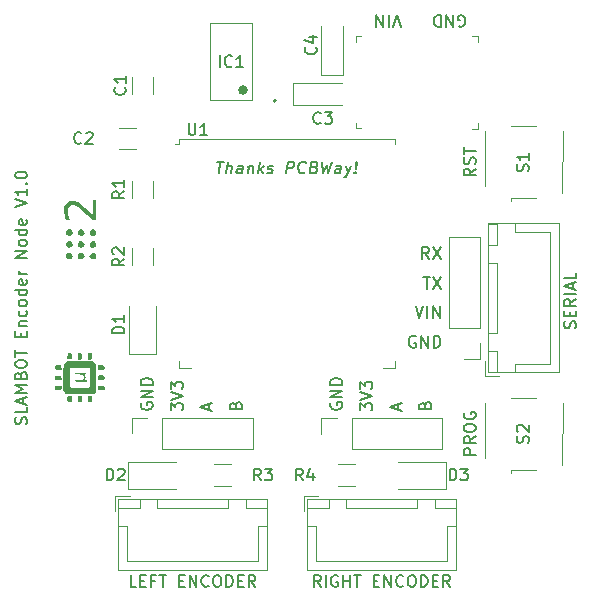
<source format=gbr>
%TF.GenerationSoftware,KiCad,Pcbnew,6.0.11-2627ca5db0~126~ubuntu20.04.1*%
%TF.CreationDate,2025-05-12T21:47:33+10:00*%
%TF.ProjectId,encoder_pcb,656e636f-6465-4725-9f70-63622e6b6963,rev?*%
%TF.SameCoordinates,Original*%
%TF.FileFunction,Legend,Top*%
%TF.FilePolarity,Positive*%
%FSLAX46Y46*%
G04 Gerber Fmt 4.6, Leading zero omitted, Abs format (unit mm)*
G04 Created by KiCad (PCBNEW 6.0.11-2627ca5db0~126~ubuntu20.04.1) date 2025-05-12 21:47:33*
%MOMM*%
%LPD*%
G01*
G04 APERTURE LIST*
%ADD10C,0.150000*%
%ADD11C,0.120000*%
%ADD12C,0.100000*%
%ADD13C,0.200000*%
%ADD14C,0.400000*%
G04 APERTURE END LIST*
D10*
X146833333Y-124452380D02*
X146500000Y-123976190D01*
X146261904Y-124452380D02*
X146261904Y-123452380D01*
X146642857Y-123452380D01*
X146738095Y-123500000D01*
X146785714Y-123547619D01*
X146833333Y-123642857D01*
X146833333Y-123785714D01*
X146785714Y-123880952D01*
X146738095Y-123928571D01*
X146642857Y-123976190D01*
X146261904Y-123976190D01*
X147261904Y-124452380D02*
X147261904Y-123452380D01*
X148261904Y-123500000D02*
X148166666Y-123452380D01*
X148023809Y-123452380D01*
X147880952Y-123500000D01*
X147785714Y-123595238D01*
X147738095Y-123690476D01*
X147690476Y-123880952D01*
X147690476Y-124023809D01*
X147738095Y-124214285D01*
X147785714Y-124309523D01*
X147880952Y-124404761D01*
X148023809Y-124452380D01*
X148119047Y-124452380D01*
X148261904Y-124404761D01*
X148309523Y-124357142D01*
X148309523Y-124023809D01*
X148119047Y-124023809D01*
X148738095Y-124452380D02*
X148738095Y-123452380D01*
X148738095Y-123928571D02*
X149309523Y-123928571D01*
X149309523Y-124452380D02*
X149309523Y-123452380D01*
X149642857Y-123452380D02*
X150214285Y-123452380D01*
X149928571Y-124452380D02*
X149928571Y-123452380D01*
X151309523Y-123928571D02*
X151642857Y-123928571D01*
X151785714Y-124452380D02*
X151309523Y-124452380D01*
X151309523Y-123452380D01*
X151785714Y-123452380D01*
X152214285Y-124452380D02*
X152214285Y-123452380D01*
X152785714Y-124452380D01*
X152785714Y-123452380D01*
X153833333Y-124357142D02*
X153785714Y-124404761D01*
X153642857Y-124452380D01*
X153547619Y-124452380D01*
X153404761Y-124404761D01*
X153309523Y-124309523D01*
X153261904Y-124214285D01*
X153214285Y-124023809D01*
X153214285Y-123880952D01*
X153261904Y-123690476D01*
X153309523Y-123595238D01*
X153404761Y-123500000D01*
X153547619Y-123452380D01*
X153642857Y-123452380D01*
X153785714Y-123500000D01*
X153833333Y-123547619D01*
X154452380Y-123452380D02*
X154642857Y-123452380D01*
X154738095Y-123500000D01*
X154833333Y-123595238D01*
X154880952Y-123785714D01*
X154880952Y-124119047D01*
X154833333Y-124309523D01*
X154738095Y-124404761D01*
X154642857Y-124452380D01*
X154452380Y-124452380D01*
X154357142Y-124404761D01*
X154261904Y-124309523D01*
X154214285Y-124119047D01*
X154214285Y-123785714D01*
X154261904Y-123595238D01*
X154357142Y-123500000D01*
X154452380Y-123452380D01*
X155309523Y-124452380D02*
X155309523Y-123452380D01*
X155547619Y-123452380D01*
X155690476Y-123500000D01*
X155785714Y-123595238D01*
X155833333Y-123690476D01*
X155880952Y-123880952D01*
X155880952Y-124023809D01*
X155833333Y-124214285D01*
X155785714Y-124309523D01*
X155690476Y-124404761D01*
X155547619Y-124452380D01*
X155309523Y-124452380D01*
X156309523Y-123928571D02*
X156642857Y-123928571D01*
X156785714Y-124452380D02*
X156309523Y-124452380D01*
X156309523Y-123452380D01*
X156785714Y-123452380D01*
X157785714Y-124452380D02*
X157452380Y-123976190D01*
X157214285Y-124452380D02*
X157214285Y-123452380D01*
X157595238Y-123452380D01*
X157690476Y-123500000D01*
X157738095Y-123547619D01*
X157785714Y-123642857D01*
X157785714Y-123785714D01*
X157738095Y-123880952D01*
X157690476Y-123928571D01*
X157595238Y-123976190D01*
X157214285Y-123976190D01*
X131214285Y-124452380D02*
X130738095Y-124452380D01*
X130738095Y-123452380D01*
X131547619Y-123928571D02*
X131880952Y-123928571D01*
X132023809Y-124452380D02*
X131547619Y-124452380D01*
X131547619Y-123452380D01*
X132023809Y-123452380D01*
X132785714Y-123928571D02*
X132452380Y-123928571D01*
X132452380Y-124452380D02*
X132452380Y-123452380D01*
X132928571Y-123452380D01*
X133166666Y-123452380D02*
X133738095Y-123452380D01*
X133452380Y-124452380D02*
X133452380Y-123452380D01*
X134833333Y-123928571D02*
X135166666Y-123928571D01*
X135309523Y-124452380D02*
X134833333Y-124452380D01*
X134833333Y-123452380D01*
X135309523Y-123452380D01*
X135738095Y-124452380D02*
X135738095Y-123452380D01*
X136309523Y-124452380D01*
X136309523Y-123452380D01*
X137357142Y-124357142D02*
X137309523Y-124404761D01*
X137166666Y-124452380D01*
X137071428Y-124452380D01*
X136928571Y-124404761D01*
X136833333Y-124309523D01*
X136785714Y-124214285D01*
X136738095Y-124023809D01*
X136738095Y-123880952D01*
X136785714Y-123690476D01*
X136833333Y-123595238D01*
X136928571Y-123500000D01*
X137071428Y-123452380D01*
X137166666Y-123452380D01*
X137309523Y-123500000D01*
X137357142Y-123547619D01*
X137976190Y-123452380D02*
X138166666Y-123452380D01*
X138261904Y-123500000D01*
X138357142Y-123595238D01*
X138404761Y-123785714D01*
X138404761Y-124119047D01*
X138357142Y-124309523D01*
X138261904Y-124404761D01*
X138166666Y-124452380D01*
X137976190Y-124452380D01*
X137880952Y-124404761D01*
X137785714Y-124309523D01*
X137738095Y-124119047D01*
X137738095Y-123785714D01*
X137785714Y-123595238D01*
X137880952Y-123500000D01*
X137976190Y-123452380D01*
X138833333Y-124452380D02*
X138833333Y-123452380D01*
X139071428Y-123452380D01*
X139214285Y-123500000D01*
X139309523Y-123595238D01*
X139357142Y-123690476D01*
X139404761Y-123880952D01*
X139404761Y-124023809D01*
X139357142Y-124214285D01*
X139309523Y-124309523D01*
X139214285Y-124404761D01*
X139071428Y-124452380D01*
X138833333Y-124452380D01*
X139833333Y-123928571D02*
X140166666Y-123928571D01*
X140309523Y-124452380D02*
X139833333Y-124452380D01*
X139833333Y-123452380D01*
X140309523Y-123452380D01*
X141309523Y-124452380D02*
X140976190Y-123976190D01*
X140738095Y-124452380D02*
X140738095Y-123452380D01*
X141119047Y-123452380D01*
X141214285Y-123500000D01*
X141261904Y-123547619D01*
X141309523Y-123642857D01*
X141309523Y-123785714D01*
X141261904Y-123880952D01*
X141214285Y-123928571D01*
X141119047Y-123976190D01*
X140738095Y-123976190D01*
X153595238Y-77047619D02*
X153261904Y-76047619D01*
X152928571Y-77047619D01*
X152595238Y-76047619D02*
X152595238Y-77047619D01*
X152119047Y-76047619D02*
X152119047Y-77047619D01*
X151547619Y-76047619D01*
X151547619Y-77047619D01*
X155533452Y-98202380D02*
X156104880Y-98202380D01*
X155819166Y-99202380D02*
X155819166Y-98202380D01*
X156342976Y-98202380D02*
X157009642Y-99202380D01*
X157009642Y-98202380D02*
X156342976Y-99202380D01*
X139628571Y-109081071D02*
X139676190Y-108938214D01*
X139723809Y-108890595D01*
X139819047Y-108842976D01*
X139961904Y-108842976D01*
X140057142Y-108890595D01*
X140104761Y-108938214D01*
X140152380Y-109033452D01*
X140152380Y-109414404D01*
X139152380Y-109414404D01*
X139152380Y-109081071D01*
X139200000Y-108985833D01*
X139247619Y-108938214D01*
X139342857Y-108890595D01*
X139438095Y-108890595D01*
X139533333Y-108938214D01*
X139580952Y-108985833D01*
X139628571Y-109081071D01*
X139628571Y-109414404D01*
X154866785Y-103250000D02*
X154771547Y-103202380D01*
X154628690Y-103202380D01*
X154485833Y-103250000D01*
X154390595Y-103345238D01*
X154342976Y-103440476D01*
X154295357Y-103630952D01*
X154295357Y-103773809D01*
X154342976Y-103964285D01*
X154390595Y-104059523D01*
X154485833Y-104154761D01*
X154628690Y-104202380D01*
X154723928Y-104202380D01*
X154866785Y-104154761D01*
X154914404Y-104107142D01*
X154914404Y-103773809D01*
X154723928Y-103773809D01*
X155342976Y-104202380D02*
X155342976Y-103202380D01*
X155914404Y-104202380D01*
X155914404Y-103202380D01*
X156390595Y-104202380D02*
X156390595Y-103202380D01*
X156628690Y-103202380D01*
X156771547Y-103250000D01*
X156866785Y-103345238D01*
X156914404Y-103440476D01*
X156962023Y-103630952D01*
X156962023Y-103773809D01*
X156914404Y-103964285D01*
X156866785Y-104059523D01*
X156771547Y-104154761D01*
X156628690Y-104202380D01*
X156390595Y-104202380D01*
X138054136Y-88452380D02*
X138625565Y-88452380D01*
X138214851Y-89452380D02*
X138339851Y-88452380D01*
X138833898Y-89452380D02*
X138958898Y-88452380D01*
X139262470Y-89452380D02*
X139327946Y-88928571D01*
X139292232Y-88833333D01*
X139202946Y-88785714D01*
X139060089Y-88785714D01*
X138958898Y-88833333D01*
X138905327Y-88880952D01*
X140167232Y-89452380D02*
X140232708Y-88928571D01*
X140196994Y-88833333D01*
X140107708Y-88785714D01*
X139917232Y-88785714D01*
X139816041Y-88833333D01*
X140173184Y-89404761D02*
X140071994Y-89452380D01*
X139833898Y-89452380D01*
X139744613Y-89404761D01*
X139708898Y-89309523D01*
X139720803Y-89214285D01*
X139780327Y-89119047D01*
X139881517Y-89071428D01*
X140119613Y-89071428D01*
X140220803Y-89023809D01*
X140726755Y-88785714D02*
X140643422Y-89452380D01*
X140714851Y-88880952D02*
X140768422Y-88833333D01*
X140869613Y-88785714D01*
X141012470Y-88785714D01*
X141101755Y-88833333D01*
X141137470Y-88928571D01*
X141071994Y-89452380D01*
X141548184Y-89452380D02*
X141673184Y-88452380D01*
X141691041Y-89071428D02*
X141929136Y-89452380D01*
X142012470Y-88785714D02*
X141583898Y-89166666D01*
X142316041Y-89404761D02*
X142405327Y-89452380D01*
X142595803Y-89452380D01*
X142696994Y-89404761D01*
X142756517Y-89309523D01*
X142762470Y-89261904D01*
X142726755Y-89166666D01*
X142637470Y-89119047D01*
X142494613Y-89119047D01*
X142405327Y-89071428D01*
X142369613Y-88976190D01*
X142375565Y-88928571D01*
X142435089Y-88833333D01*
X142536279Y-88785714D01*
X142679136Y-88785714D01*
X142768422Y-88833333D01*
X143929136Y-89452380D02*
X144054136Y-88452380D01*
X144435089Y-88452380D01*
X144524375Y-88500000D01*
X144566041Y-88547619D01*
X144601755Y-88642857D01*
X144583898Y-88785714D01*
X144524375Y-88880952D01*
X144470803Y-88928571D01*
X144369613Y-88976190D01*
X143988660Y-88976190D01*
X145512470Y-89357142D02*
X145458898Y-89404761D01*
X145310089Y-89452380D01*
X145214851Y-89452380D01*
X145077946Y-89404761D01*
X144994613Y-89309523D01*
X144958898Y-89214285D01*
X144935089Y-89023809D01*
X144952946Y-88880952D01*
X145024375Y-88690476D01*
X145083898Y-88595238D01*
X145191041Y-88500000D01*
X145339851Y-88452380D01*
X145435089Y-88452380D01*
X145571994Y-88500000D01*
X145613660Y-88547619D01*
X146327946Y-88928571D02*
X146464851Y-88976190D01*
X146506517Y-89023809D01*
X146542232Y-89119047D01*
X146524375Y-89261904D01*
X146464851Y-89357142D01*
X146411279Y-89404761D01*
X146310089Y-89452380D01*
X145929136Y-89452380D01*
X146054136Y-88452380D01*
X146387470Y-88452380D01*
X146476755Y-88500000D01*
X146518422Y-88547619D01*
X146554136Y-88642857D01*
X146542232Y-88738095D01*
X146482708Y-88833333D01*
X146429136Y-88880952D01*
X146327946Y-88928571D01*
X145994613Y-88928571D01*
X146958898Y-88452380D02*
X147071994Y-89452380D01*
X147351755Y-88738095D01*
X147452946Y-89452380D01*
X147816041Y-88452380D01*
X148500565Y-89452380D02*
X148566041Y-88928571D01*
X148530327Y-88833333D01*
X148441041Y-88785714D01*
X148250565Y-88785714D01*
X148149375Y-88833333D01*
X148506517Y-89404761D02*
X148405327Y-89452380D01*
X148167232Y-89452380D01*
X148077946Y-89404761D01*
X148042232Y-89309523D01*
X148054136Y-89214285D01*
X148113660Y-89119047D01*
X148214851Y-89071428D01*
X148452946Y-89071428D01*
X148554136Y-89023809D01*
X148964851Y-88785714D02*
X149119613Y-89452380D01*
X149441041Y-88785714D02*
X149119613Y-89452380D01*
X148994613Y-89690476D01*
X148941041Y-89738095D01*
X148839851Y-89785714D01*
X149750565Y-89357142D02*
X149792232Y-89404761D01*
X149738660Y-89452380D01*
X149696994Y-89404761D01*
X149750565Y-89357142D01*
X149738660Y-89452380D01*
X149786279Y-89071428D02*
X149810089Y-88500000D01*
X149863660Y-88452380D01*
X149905327Y-88500000D01*
X149786279Y-89071428D01*
X149863660Y-88452380D01*
X134152380Y-109509642D02*
X134152380Y-108890595D01*
X134533333Y-109223928D01*
X134533333Y-109081071D01*
X134580952Y-108985833D01*
X134628571Y-108938214D01*
X134723809Y-108890595D01*
X134961904Y-108890595D01*
X135057142Y-108938214D01*
X135104761Y-108985833D01*
X135152380Y-109081071D01*
X135152380Y-109366785D01*
X135104761Y-109462023D01*
X135057142Y-109509642D01*
X134152380Y-108604880D02*
X135152380Y-108271547D01*
X134152380Y-107938214D01*
X134152380Y-107700119D02*
X134152380Y-107081071D01*
X134533333Y-107414404D01*
X134533333Y-107271547D01*
X134580952Y-107176309D01*
X134628571Y-107128690D01*
X134723809Y-107081071D01*
X134961904Y-107081071D01*
X135057142Y-107128690D01*
X135104761Y-107176309D01*
X135152380Y-107271547D01*
X135152380Y-107557261D01*
X135104761Y-107652500D01*
X135057142Y-107700119D01*
X137366666Y-109462023D02*
X137366666Y-108985833D01*
X137652380Y-109557261D02*
X136652380Y-109223928D01*
X137652380Y-108890595D01*
X147700000Y-108890595D02*
X147652380Y-108985833D01*
X147652380Y-109128690D01*
X147700000Y-109271547D01*
X147795238Y-109366785D01*
X147890476Y-109414404D01*
X148080952Y-109462023D01*
X148223809Y-109462023D01*
X148414285Y-109414404D01*
X148509523Y-109366785D01*
X148604761Y-109271547D01*
X148652380Y-109128690D01*
X148652380Y-109033452D01*
X148604761Y-108890595D01*
X148557142Y-108842976D01*
X148223809Y-108842976D01*
X148223809Y-109033452D01*
X148652380Y-108414404D02*
X147652380Y-108414404D01*
X148652380Y-107842976D01*
X147652380Y-107842976D01*
X148652380Y-107366785D02*
X147652380Y-107366785D01*
X147652380Y-107128690D01*
X147700000Y-106985833D01*
X147795238Y-106890595D01*
X147890476Y-106842976D01*
X148080952Y-106795357D01*
X148223809Y-106795357D01*
X148414285Y-106842976D01*
X148509523Y-106890595D01*
X148604761Y-106985833D01*
X148652380Y-107128690D01*
X148652380Y-107366785D01*
X168404761Y-102559523D02*
X168452380Y-102416666D01*
X168452380Y-102178571D01*
X168404761Y-102083333D01*
X168357142Y-102035714D01*
X168261904Y-101988095D01*
X168166666Y-101988095D01*
X168071428Y-102035714D01*
X168023809Y-102083333D01*
X167976190Y-102178571D01*
X167928571Y-102369047D01*
X167880952Y-102464285D01*
X167833333Y-102511904D01*
X167738095Y-102559523D01*
X167642857Y-102559523D01*
X167547619Y-102511904D01*
X167500000Y-102464285D01*
X167452380Y-102369047D01*
X167452380Y-102130952D01*
X167500000Y-101988095D01*
X167928571Y-101559523D02*
X167928571Y-101226190D01*
X168452380Y-101083333D02*
X168452380Y-101559523D01*
X167452380Y-101559523D01*
X167452380Y-101083333D01*
X168452380Y-100083333D02*
X167976190Y-100416666D01*
X168452380Y-100654761D02*
X167452380Y-100654761D01*
X167452380Y-100273809D01*
X167500000Y-100178571D01*
X167547619Y-100130952D01*
X167642857Y-100083333D01*
X167785714Y-100083333D01*
X167880952Y-100130952D01*
X167928571Y-100178571D01*
X167976190Y-100273809D01*
X167976190Y-100654761D01*
X168452380Y-99654761D02*
X167452380Y-99654761D01*
X168166666Y-99226190D02*
X168166666Y-98750000D01*
X168452380Y-99321428D02*
X167452380Y-98988095D01*
X168452380Y-98654761D01*
X168452380Y-97845238D02*
X168452380Y-98321428D01*
X167452380Y-98321428D01*
X153416666Y-109462023D02*
X153416666Y-108985833D01*
X153702380Y-109557261D02*
X152702380Y-109223928D01*
X153702380Y-108890595D01*
X121904761Y-110690476D02*
X121952380Y-110547619D01*
X121952380Y-110309523D01*
X121904761Y-110214285D01*
X121857142Y-110166666D01*
X121761904Y-110119047D01*
X121666666Y-110119047D01*
X121571428Y-110166666D01*
X121523809Y-110214285D01*
X121476190Y-110309523D01*
X121428571Y-110500000D01*
X121380952Y-110595238D01*
X121333333Y-110642857D01*
X121238095Y-110690476D01*
X121142857Y-110690476D01*
X121047619Y-110642857D01*
X121000000Y-110595238D01*
X120952380Y-110500000D01*
X120952380Y-110261904D01*
X121000000Y-110119047D01*
X121952380Y-109214285D02*
X121952380Y-109690476D01*
X120952380Y-109690476D01*
X121666666Y-108928571D02*
X121666666Y-108452380D01*
X121952380Y-109023809D02*
X120952380Y-108690476D01*
X121952380Y-108357142D01*
X121952380Y-108023809D02*
X120952380Y-108023809D01*
X121666666Y-107690476D01*
X120952380Y-107357142D01*
X121952380Y-107357142D01*
X121428571Y-106547619D02*
X121476190Y-106404761D01*
X121523809Y-106357142D01*
X121619047Y-106309523D01*
X121761904Y-106309523D01*
X121857142Y-106357142D01*
X121904761Y-106404761D01*
X121952380Y-106500000D01*
X121952380Y-106880952D01*
X120952380Y-106880952D01*
X120952380Y-106547619D01*
X121000000Y-106452380D01*
X121047619Y-106404761D01*
X121142857Y-106357142D01*
X121238095Y-106357142D01*
X121333333Y-106404761D01*
X121380952Y-106452380D01*
X121428571Y-106547619D01*
X121428571Y-106880952D01*
X120952380Y-105690476D02*
X120952380Y-105500000D01*
X121000000Y-105404761D01*
X121095238Y-105309523D01*
X121285714Y-105261904D01*
X121619047Y-105261904D01*
X121809523Y-105309523D01*
X121904761Y-105404761D01*
X121952380Y-105500000D01*
X121952380Y-105690476D01*
X121904761Y-105785714D01*
X121809523Y-105880952D01*
X121619047Y-105928571D01*
X121285714Y-105928571D01*
X121095238Y-105880952D01*
X121000000Y-105785714D01*
X120952380Y-105690476D01*
X120952380Y-104976190D02*
X120952380Y-104404761D01*
X121952380Y-104690476D02*
X120952380Y-104690476D01*
X121428571Y-103309523D02*
X121428571Y-102976190D01*
X121952380Y-102833333D02*
X121952380Y-103309523D01*
X120952380Y-103309523D01*
X120952380Y-102833333D01*
X121285714Y-102404761D02*
X121952380Y-102404761D01*
X121380952Y-102404761D02*
X121333333Y-102357142D01*
X121285714Y-102261904D01*
X121285714Y-102119047D01*
X121333333Y-102023809D01*
X121428571Y-101976190D01*
X121952380Y-101976190D01*
X121904761Y-101071428D02*
X121952380Y-101166666D01*
X121952380Y-101357142D01*
X121904761Y-101452380D01*
X121857142Y-101500000D01*
X121761904Y-101547619D01*
X121476190Y-101547619D01*
X121380952Y-101500000D01*
X121333333Y-101452380D01*
X121285714Y-101357142D01*
X121285714Y-101166666D01*
X121333333Y-101071428D01*
X121952380Y-100500000D02*
X121904761Y-100595238D01*
X121857142Y-100642857D01*
X121761904Y-100690476D01*
X121476190Y-100690476D01*
X121380952Y-100642857D01*
X121333333Y-100595238D01*
X121285714Y-100500000D01*
X121285714Y-100357142D01*
X121333333Y-100261904D01*
X121380952Y-100214285D01*
X121476190Y-100166666D01*
X121761904Y-100166666D01*
X121857142Y-100214285D01*
X121904761Y-100261904D01*
X121952380Y-100357142D01*
X121952380Y-100500000D01*
X121952380Y-99309523D02*
X120952380Y-99309523D01*
X121904761Y-99309523D02*
X121952380Y-99404761D01*
X121952380Y-99595238D01*
X121904761Y-99690476D01*
X121857142Y-99738095D01*
X121761904Y-99785714D01*
X121476190Y-99785714D01*
X121380952Y-99738095D01*
X121333333Y-99690476D01*
X121285714Y-99595238D01*
X121285714Y-99404761D01*
X121333333Y-99309523D01*
X121904761Y-98452380D02*
X121952380Y-98547619D01*
X121952380Y-98738095D01*
X121904761Y-98833333D01*
X121809523Y-98880952D01*
X121428571Y-98880952D01*
X121333333Y-98833333D01*
X121285714Y-98738095D01*
X121285714Y-98547619D01*
X121333333Y-98452380D01*
X121428571Y-98404761D01*
X121523809Y-98404761D01*
X121619047Y-98880952D01*
X121952380Y-97976190D02*
X121285714Y-97976190D01*
X121476190Y-97976190D02*
X121380952Y-97928571D01*
X121333333Y-97880952D01*
X121285714Y-97785714D01*
X121285714Y-97690476D01*
X121952380Y-96595238D02*
X120952380Y-96595238D01*
X121952380Y-96023809D01*
X120952380Y-96023809D01*
X121952380Y-95404761D02*
X121904761Y-95500000D01*
X121857142Y-95547619D01*
X121761904Y-95595238D01*
X121476190Y-95595238D01*
X121380952Y-95547619D01*
X121333333Y-95500000D01*
X121285714Y-95404761D01*
X121285714Y-95261904D01*
X121333333Y-95166666D01*
X121380952Y-95119047D01*
X121476190Y-95071428D01*
X121761904Y-95071428D01*
X121857142Y-95119047D01*
X121904761Y-95166666D01*
X121952380Y-95261904D01*
X121952380Y-95404761D01*
X121952380Y-94214285D02*
X120952380Y-94214285D01*
X121904761Y-94214285D02*
X121952380Y-94309523D01*
X121952380Y-94500000D01*
X121904761Y-94595238D01*
X121857142Y-94642857D01*
X121761904Y-94690476D01*
X121476190Y-94690476D01*
X121380952Y-94642857D01*
X121333333Y-94595238D01*
X121285714Y-94500000D01*
X121285714Y-94309523D01*
X121333333Y-94214285D01*
X121904761Y-93357142D02*
X121952380Y-93452380D01*
X121952380Y-93642857D01*
X121904761Y-93738095D01*
X121809523Y-93785714D01*
X121428571Y-93785714D01*
X121333333Y-93738095D01*
X121285714Y-93642857D01*
X121285714Y-93452380D01*
X121333333Y-93357142D01*
X121428571Y-93309523D01*
X121523809Y-93309523D01*
X121619047Y-93785714D01*
X120952380Y-92261904D02*
X121952380Y-91928571D01*
X120952380Y-91595238D01*
X121952380Y-90738095D02*
X121952380Y-91309523D01*
X121952380Y-91023809D02*
X120952380Y-91023809D01*
X121095238Y-91119047D01*
X121190476Y-91214285D01*
X121238095Y-91309523D01*
X121857142Y-90309523D02*
X121904761Y-90261904D01*
X121952380Y-90309523D01*
X121904761Y-90357142D01*
X121857142Y-90309523D01*
X121952380Y-90309523D01*
X120952380Y-89642857D02*
X120952380Y-89547619D01*
X121000000Y-89452380D01*
X121047619Y-89404761D01*
X121142857Y-89357142D01*
X121333333Y-89309523D01*
X121571428Y-89309523D01*
X121761904Y-89357142D01*
X121857142Y-89404761D01*
X121904761Y-89452380D01*
X121952380Y-89547619D01*
X121952380Y-89642857D01*
X121904761Y-89738095D01*
X121857142Y-89785714D01*
X121761904Y-89833333D01*
X121571428Y-89880952D01*
X121333333Y-89880952D01*
X121142857Y-89833333D01*
X121047619Y-89785714D01*
X121000000Y-89738095D01*
X120952380Y-89642857D01*
X156009642Y-96702380D02*
X155676309Y-96226190D01*
X155438214Y-96702380D02*
X155438214Y-95702380D01*
X155819166Y-95702380D01*
X155914404Y-95750000D01*
X155962023Y-95797619D01*
X156009642Y-95892857D01*
X156009642Y-96035714D01*
X155962023Y-96130952D01*
X155914404Y-96178571D01*
X155819166Y-96226190D01*
X155438214Y-96226190D01*
X156342976Y-95702380D02*
X157009642Y-96702380D01*
X157009642Y-95702380D02*
X156342976Y-96702380D01*
X155678571Y-109081071D02*
X155726190Y-108938214D01*
X155773809Y-108890595D01*
X155869047Y-108842976D01*
X156011904Y-108842976D01*
X156107142Y-108890595D01*
X156154761Y-108938214D01*
X156202380Y-109033452D01*
X156202380Y-109414404D01*
X155202380Y-109414404D01*
X155202380Y-109081071D01*
X155250000Y-108985833D01*
X155297619Y-108938214D01*
X155392857Y-108890595D01*
X155488095Y-108890595D01*
X155583333Y-108938214D01*
X155630952Y-108985833D01*
X155678571Y-109081071D01*
X155678571Y-109414404D01*
X131650000Y-108890595D02*
X131602380Y-108985833D01*
X131602380Y-109128690D01*
X131650000Y-109271547D01*
X131745238Y-109366785D01*
X131840476Y-109414404D01*
X132030952Y-109462023D01*
X132173809Y-109462023D01*
X132364285Y-109414404D01*
X132459523Y-109366785D01*
X132554761Y-109271547D01*
X132602380Y-109128690D01*
X132602380Y-109033452D01*
X132554761Y-108890595D01*
X132507142Y-108842976D01*
X132173809Y-108842976D01*
X132173809Y-109033452D01*
X132602380Y-108414404D02*
X131602380Y-108414404D01*
X132602380Y-107842976D01*
X131602380Y-107842976D01*
X132602380Y-107366785D02*
X131602380Y-107366785D01*
X131602380Y-107128690D01*
X131650000Y-106985833D01*
X131745238Y-106890595D01*
X131840476Y-106842976D01*
X132030952Y-106795357D01*
X132173809Y-106795357D01*
X132364285Y-106842976D01*
X132459523Y-106890595D01*
X132554761Y-106985833D01*
X132602380Y-107128690D01*
X132602380Y-107366785D01*
X154866785Y-100702380D02*
X155200119Y-101702380D01*
X155533452Y-100702380D01*
X155866785Y-101702380D02*
X155866785Y-100702380D01*
X156342976Y-101702380D02*
X156342976Y-100702380D01*
X156914404Y-101702380D01*
X156914404Y-100702380D01*
X158511904Y-77000000D02*
X158607142Y-77047619D01*
X158750000Y-77047619D01*
X158892857Y-77000000D01*
X158988095Y-76904761D01*
X159035714Y-76809523D01*
X159083333Y-76619047D01*
X159083333Y-76476190D01*
X159035714Y-76285714D01*
X158988095Y-76190476D01*
X158892857Y-76095238D01*
X158750000Y-76047619D01*
X158654761Y-76047619D01*
X158511904Y-76095238D01*
X158464285Y-76142857D01*
X158464285Y-76476190D01*
X158654761Y-76476190D01*
X158035714Y-76047619D02*
X158035714Y-77047619D01*
X157464285Y-76047619D01*
X157464285Y-77047619D01*
X156988095Y-76047619D02*
X156988095Y-77047619D01*
X156750000Y-77047619D01*
X156607142Y-77000000D01*
X156511904Y-76904761D01*
X156464285Y-76809523D01*
X156416666Y-76619047D01*
X156416666Y-76476190D01*
X156464285Y-76285714D01*
X156511904Y-76190476D01*
X156607142Y-76095238D01*
X156750000Y-76047619D01*
X156988095Y-76047619D01*
X150202380Y-109509642D02*
X150202380Y-108890595D01*
X150583333Y-109223928D01*
X150583333Y-109081071D01*
X150630952Y-108985833D01*
X150678571Y-108938214D01*
X150773809Y-108890595D01*
X151011904Y-108890595D01*
X151107142Y-108938214D01*
X151154761Y-108985833D01*
X151202380Y-109081071D01*
X151202380Y-109366785D01*
X151154761Y-109462023D01*
X151107142Y-109509642D01*
X150202380Y-108604880D02*
X151202380Y-108271547D01*
X150202380Y-107938214D01*
X150202380Y-107700119D02*
X150202380Y-107081071D01*
X150583333Y-107414404D01*
X150583333Y-107271547D01*
X150630952Y-107176309D01*
X150678571Y-107128690D01*
X150773809Y-107081071D01*
X151011904Y-107081071D01*
X151107142Y-107128690D01*
X151154761Y-107176309D01*
X151202380Y-107271547D01*
X151202380Y-107557261D01*
X151154761Y-107652500D01*
X151107142Y-107700119D01*
%TO.C,D2*%
X128711904Y-115452380D02*
X128711904Y-114452380D01*
X128950000Y-114452380D01*
X129092857Y-114500000D01*
X129188095Y-114595238D01*
X129235714Y-114690476D01*
X129283333Y-114880952D01*
X129283333Y-115023809D01*
X129235714Y-115214285D01*
X129188095Y-115309523D01*
X129092857Y-115404761D01*
X128950000Y-115452380D01*
X128711904Y-115452380D01*
X129664285Y-114547619D02*
X129711904Y-114500000D01*
X129807142Y-114452380D01*
X130045238Y-114452380D01*
X130140476Y-114500000D01*
X130188095Y-114547619D01*
X130235714Y-114642857D01*
X130235714Y-114738095D01*
X130188095Y-114880952D01*
X129616666Y-115452380D01*
X130235714Y-115452380D01*
%TO.C,D3*%
X157761904Y-115452380D02*
X157761904Y-114452380D01*
X158000000Y-114452380D01*
X158142857Y-114500000D01*
X158238095Y-114595238D01*
X158285714Y-114690476D01*
X158333333Y-114880952D01*
X158333333Y-115023809D01*
X158285714Y-115214285D01*
X158238095Y-115309523D01*
X158142857Y-115404761D01*
X158000000Y-115452380D01*
X157761904Y-115452380D01*
X158666666Y-114452380D02*
X159285714Y-114452380D01*
X158952380Y-114833333D01*
X159095238Y-114833333D01*
X159190476Y-114880952D01*
X159238095Y-114928571D01*
X159285714Y-115023809D01*
X159285714Y-115261904D01*
X159238095Y-115357142D01*
X159190476Y-115404761D01*
X159095238Y-115452380D01*
X158809523Y-115452380D01*
X158714285Y-115404761D01*
X158666666Y-115357142D01*
%TO.C,U1*%
X135658095Y-85202380D02*
X135658095Y-86011904D01*
X135705714Y-86107142D01*
X135753333Y-86154761D01*
X135848571Y-86202380D01*
X136039047Y-86202380D01*
X136134285Y-86154761D01*
X136181904Y-86107142D01*
X136229523Y-86011904D01*
X136229523Y-85202380D01*
X137229523Y-86202380D02*
X136658095Y-86202380D01*
X136943809Y-86202380D02*
X136943809Y-85202380D01*
X136848571Y-85345238D01*
X136753333Y-85440476D01*
X136658095Y-85488095D01*
%TO.C,D1*%
X130202380Y-102988095D02*
X129202380Y-102988095D01*
X129202380Y-102750000D01*
X129250000Y-102607142D01*
X129345238Y-102511904D01*
X129440476Y-102464285D01*
X129630952Y-102416666D01*
X129773809Y-102416666D01*
X129964285Y-102464285D01*
X130059523Y-102511904D01*
X130154761Y-102607142D01*
X130202380Y-102750000D01*
X130202380Y-102988095D01*
X130202380Y-101464285D02*
X130202380Y-102035714D01*
X130202380Y-101750000D02*
X129202380Y-101750000D01*
X129345238Y-101845238D01*
X129440476Y-101940476D01*
X129488095Y-102035714D01*
%TO.C,C3*%
X146833333Y-85157142D02*
X146785714Y-85204761D01*
X146642857Y-85252380D01*
X146547619Y-85252380D01*
X146404761Y-85204761D01*
X146309523Y-85109523D01*
X146261904Y-85014285D01*
X146214285Y-84823809D01*
X146214285Y-84680952D01*
X146261904Y-84490476D01*
X146309523Y-84395238D01*
X146404761Y-84300000D01*
X146547619Y-84252380D01*
X146642857Y-84252380D01*
X146785714Y-84300000D01*
X146833333Y-84347619D01*
X147166666Y-84252380D02*
X147785714Y-84252380D01*
X147452380Y-84633333D01*
X147595238Y-84633333D01*
X147690476Y-84680952D01*
X147738095Y-84728571D01*
X147785714Y-84823809D01*
X147785714Y-85061904D01*
X147738095Y-85157142D01*
X147690476Y-85204761D01*
X147595238Y-85252380D01*
X147309523Y-85252380D01*
X147214285Y-85204761D01*
X147166666Y-85157142D01*
%TO.C,R1*%
X130202380Y-90966666D02*
X129726190Y-91300000D01*
X130202380Y-91538095D02*
X129202380Y-91538095D01*
X129202380Y-91157142D01*
X129250000Y-91061904D01*
X129297619Y-91014285D01*
X129392857Y-90966666D01*
X129535714Y-90966666D01*
X129630952Y-91014285D01*
X129678571Y-91061904D01*
X129726190Y-91157142D01*
X129726190Y-91538095D01*
X130202380Y-90014285D02*
X130202380Y-90585714D01*
X130202380Y-90300000D02*
X129202380Y-90300000D01*
X129345238Y-90395238D01*
X129440476Y-90490476D01*
X129488095Y-90585714D01*
%TO.C,S2*%
X164404761Y-112261904D02*
X164452380Y-112119047D01*
X164452380Y-111880952D01*
X164404761Y-111785714D01*
X164357142Y-111738095D01*
X164261904Y-111690476D01*
X164166666Y-111690476D01*
X164071428Y-111738095D01*
X164023809Y-111785714D01*
X163976190Y-111880952D01*
X163928571Y-112071428D01*
X163880952Y-112166666D01*
X163833333Y-112214285D01*
X163738095Y-112261904D01*
X163642857Y-112261904D01*
X163547619Y-112214285D01*
X163500000Y-112166666D01*
X163452380Y-112071428D01*
X163452380Y-111833333D01*
X163500000Y-111690476D01*
X163547619Y-111309523D02*
X163500000Y-111261904D01*
X163452380Y-111166666D01*
X163452380Y-110928571D01*
X163500000Y-110833333D01*
X163547619Y-110785714D01*
X163642857Y-110738095D01*
X163738095Y-110738095D01*
X163880952Y-110785714D01*
X164452380Y-111357142D01*
X164452380Y-110738095D01*
X159952380Y-113285714D02*
X158952380Y-113285714D01*
X158952380Y-112904761D01*
X159000000Y-112809523D01*
X159047619Y-112761904D01*
X159142857Y-112714285D01*
X159285714Y-112714285D01*
X159380952Y-112761904D01*
X159428571Y-112809523D01*
X159476190Y-112904761D01*
X159476190Y-113285714D01*
X159952380Y-111714285D02*
X159476190Y-112047619D01*
X159952380Y-112285714D02*
X158952380Y-112285714D01*
X158952380Y-111904761D01*
X159000000Y-111809523D01*
X159047619Y-111761904D01*
X159142857Y-111714285D01*
X159285714Y-111714285D01*
X159380952Y-111761904D01*
X159428571Y-111809523D01*
X159476190Y-111904761D01*
X159476190Y-112285714D01*
X158952380Y-111095238D02*
X158952380Y-110904761D01*
X159000000Y-110809523D01*
X159095238Y-110714285D01*
X159285714Y-110666666D01*
X159619047Y-110666666D01*
X159809523Y-110714285D01*
X159904761Y-110809523D01*
X159952380Y-110904761D01*
X159952380Y-111095238D01*
X159904761Y-111190476D01*
X159809523Y-111285714D01*
X159619047Y-111333333D01*
X159285714Y-111333333D01*
X159095238Y-111285714D01*
X159000000Y-111190476D01*
X158952380Y-111095238D01*
X159000000Y-109714285D02*
X158952380Y-109809523D01*
X158952380Y-109952380D01*
X159000000Y-110095238D01*
X159095238Y-110190476D01*
X159190476Y-110238095D01*
X159380952Y-110285714D01*
X159523809Y-110285714D01*
X159714285Y-110238095D01*
X159809523Y-110190476D01*
X159904761Y-110095238D01*
X159952380Y-109952380D01*
X159952380Y-109857142D01*
X159904761Y-109714285D01*
X159857142Y-109666666D01*
X159523809Y-109666666D01*
X159523809Y-109857142D01*
%TO.C,R2*%
X130202380Y-96666666D02*
X129726190Y-97000000D01*
X130202380Y-97238095D02*
X129202380Y-97238095D01*
X129202380Y-96857142D01*
X129250000Y-96761904D01*
X129297619Y-96714285D01*
X129392857Y-96666666D01*
X129535714Y-96666666D01*
X129630952Y-96714285D01*
X129678571Y-96761904D01*
X129726190Y-96857142D01*
X129726190Y-97238095D01*
X129297619Y-96285714D02*
X129250000Y-96238095D01*
X129202380Y-96142857D01*
X129202380Y-95904761D01*
X129250000Y-95809523D01*
X129297619Y-95761904D01*
X129392857Y-95714285D01*
X129488095Y-95714285D01*
X129630952Y-95761904D01*
X130202380Y-96333333D01*
X130202380Y-95714285D01*
%TO.C,IC1*%
X138273809Y-80452380D02*
X138273809Y-79452380D01*
X139321428Y-80357142D02*
X139273809Y-80404761D01*
X139130952Y-80452380D01*
X139035714Y-80452380D01*
X138892857Y-80404761D01*
X138797619Y-80309523D01*
X138750000Y-80214285D01*
X138702380Y-80023809D01*
X138702380Y-79880952D01*
X138750000Y-79690476D01*
X138797619Y-79595238D01*
X138892857Y-79500000D01*
X139035714Y-79452380D01*
X139130952Y-79452380D01*
X139273809Y-79500000D01*
X139321428Y-79547619D01*
X140273809Y-80452380D02*
X139702380Y-80452380D01*
X139988095Y-80452380D02*
X139988095Y-79452380D01*
X139892857Y-79595238D01*
X139797619Y-79690476D01*
X139702380Y-79738095D01*
%TO.C,S1*%
X164404761Y-89261904D02*
X164452380Y-89119047D01*
X164452380Y-88880952D01*
X164404761Y-88785714D01*
X164357142Y-88738095D01*
X164261904Y-88690476D01*
X164166666Y-88690476D01*
X164071428Y-88738095D01*
X164023809Y-88785714D01*
X163976190Y-88880952D01*
X163928571Y-89071428D01*
X163880952Y-89166666D01*
X163833333Y-89214285D01*
X163738095Y-89261904D01*
X163642857Y-89261904D01*
X163547619Y-89214285D01*
X163500000Y-89166666D01*
X163452380Y-89071428D01*
X163452380Y-88833333D01*
X163500000Y-88690476D01*
X164452380Y-87738095D02*
X164452380Y-88309523D01*
X164452380Y-88023809D02*
X163452380Y-88023809D01*
X163595238Y-88119047D01*
X163690476Y-88214285D01*
X163738095Y-88309523D01*
X159952380Y-89047619D02*
X159476190Y-89380952D01*
X159952380Y-89619047D02*
X158952380Y-89619047D01*
X158952380Y-89238095D01*
X159000000Y-89142857D01*
X159047619Y-89095238D01*
X159142857Y-89047619D01*
X159285714Y-89047619D01*
X159380952Y-89095238D01*
X159428571Y-89142857D01*
X159476190Y-89238095D01*
X159476190Y-89619047D01*
X159904761Y-88666666D02*
X159952380Y-88523809D01*
X159952380Y-88285714D01*
X159904761Y-88190476D01*
X159857142Y-88142857D01*
X159761904Y-88095238D01*
X159666666Y-88095238D01*
X159571428Y-88142857D01*
X159523809Y-88190476D01*
X159476190Y-88285714D01*
X159428571Y-88476190D01*
X159380952Y-88571428D01*
X159333333Y-88619047D01*
X159238095Y-88666666D01*
X159142857Y-88666666D01*
X159047619Y-88619047D01*
X159000000Y-88571428D01*
X158952380Y-88476190D01*
X158952380Y-88238095D01*
X159000000Y-88095238D01*
X158952380Y-87809523D02*
X158952380Y-87238095D01*
X159952380Y-87523809D02*
X158952380Y-87523809D01*
%TO.C,C2*%
X126583333Y-86857142D02*
X126535714Y-86904761D01*
X126392857Y-86952380D01*
X126297619Y-86952380D01*
X126154761Y-86904761D01*
X126059523Y-86809523D01*
X126011904Y-86714285D01*
X125964285Y-86523809D01*
X125964285Y-86380952D01*
X126011904Y-86190476D01*
X126059523Y-86095238D01*
X126154761Y-86000000D01*
X126297619Y-85952380D01*
X126392857Y-85952380D01*
X126535714Y-86000000D01*
X126583333Y-86047619D01*
X126964285Y-86047619D02*
X127011904Y-86000000D01*
X127107142Y-85952380D01*
X127345238Y-85952380D01*
X127440476Y-86000000D01*
X127488095Y-86047619D01*
X127535714Y-86142857D01*
X127535714Y-86238095D01*
X127488095Y-86380952D01*
X126916666Y-86952380D01*
X127535714Y-86952380D01*
%TO.C,R3*%
X141783333Y-115452380D02*
X141450000Y-114976190D01*
X141211904Y-115452380D02*
X141211904Y-114452380D01*
X141592857Y-114452380D01*
X141688095Y-114500000D01*
X141735714Y-114547619D01*
X141783333Y-114642857D01*
X141783333Y-114785714D01*
X141735714Y-114880952D01*
X141688095Y-114928571D01*
X141592857Y-114976190D01*
X141211904Y-114976190D01*
X142116666Y-114452380D02*
X142735714Y-114452380D01*
X142402380Y-114833333D01*
X142545238Y-114833333D01*
X142640476Y-114880952D01*
X142688095Y-114928571D01*
X142735714Y-115023809D01*
X142735714Y-115261904D01*
X142688095Y-115357142D01*
X142640476Y-115404761D01*
X142545238Y-115452380D01*
X142259523Y-115452380D01*
X142164285Y-115404761D01*
X142116666Y-115357142D01*
%TO.C,C4*%
X146407142Y-78766666D02*
X146454761Y-78814285D01*
X146502380Y-78957142D01*
X146502380Y-79052380D01*
X146454761Y-79195238D01*
X146359523Y-79290476D01*
X146264285Y-79338095D01*
X146073809Y-79385714D01*
X145930952Y-79385714D01*
X145740476Y-79338095D01*
X145645238Y-79290476D01*
X145550000Y-79195238D01*
X145502380Y-79052380D01*
X145502380Y-78957142D01*
X145550000Y-78814285D01*
X145597619Y-78766666D01*
X145835714Y-77909523D02*
X146502380Y-77909523D01*
X145454761Y-78147619D02*
X146169047Y-78385714D01*
X146169047Y-77766666D01*
%TO.C,R4*%
X145333333Y-115452380D02*
X145000000Y-114976190D01*
X144761904Y-115452380D02*
X144761904Y-114452380D01*
X145142857Y-114452380D01*
X145238095Y-114500000D01*
X145285714Y-114547619D01*
X145333333Y-114642857D01*
X145333333Y-114785714D01*
X145285714Y-114880952D01*
X145238095Y-114928571D01*
X145142857Y-114976190D01*
X144761904Y-114976190D01*
X146190476Y-114785714D02*
X146190476Y-115452380D01*
X145952380Y-114404761D02*
X145714285Y-115119047D01*
X146333333Y-115119047D01*
%TO.C,C1*%
X130257142Y-82166666D02*
X130304761Y-82214285D01*
X130352380Y-82357142D01*
X130352380Y-82452380D01*
X130304761Y-82595238D01*
X130209523Y-82690476D01*
X130114285Y-82738095D01*
X129923809Y-82785714D01*
X129780952Y-82785714D01*
X129590476Y-82738095D01*
X129495238Y-82690476D01*
X129400000Y-82595238D01*
X129352380Y-82452380D01*
X129352380Y-82357142D01*
X129400000Y-82214285D01*
X129447619Y-82166666D01*
X130352380Y-81214285D02*
X130352380Y-81785714D01*
X130352380Y-81500000D02*
X129352380Y-81500000D01*
X129495238Y-81595238D01*
X129590476Y-81690476D01*
X129638095Y-81785714D01*
D11*
%TO.C,D2*%
X130490000Y-116135000D02*
X134550000Y-116135000D01*
X130490000Y-113865000D02*
X130490000Y-116135000D01*
X134550000Y-113865000D02*
X130490000Y-113865000D01*
%TO.C,J5*%
X160330000Y-102530000D02*
X157670000Y-102530000D01*
X160330000Y-103800000D02*
X160330000Y-105130000D01*
X160330000Y-94850000D02*
X157670000Y-94850000D01*
X160330000Y-102530000D02*
X160330000Y-94850000D01*
X160330000Y-105130000D02*
X159000000Y-105130000D01*
X157670000Y-102530000D02*
X157670000Y-94850000D01*
%TO.C,D3*%
X157460000Y-113865000D02*
X153400000Y-113865000D01*
X157460000Y-116135000D02*
X157460000Y-113865000D01*
X153400000Y-116135000D02*
X157460000Y-116135000D01*
%TO.C,U1*%
X153120000Y-105350000D02*
X153120000Y-105970000D01*
X134880000Y-86530000D02*
X153120000Y-86530000D01*
X134880000Y-105970000D02*
X135880000Y-105970000D01*
X134880000Y-86950000D02*
X134500000Y-86950000D01*
X153120000Y-105970000D02*
X152120000Y-105970000D01*
X153120000Y-86530000D02*
X153120000Y-86950000D01*
X134880000Y-86530000D02*
X134880000Y-86950000D01*
X134880000Y-105350000D02*
X134880000Y-105970000D01*
%TO.C,D1*%
X130615000Y-104710000D02*
X132885000Y-104710000D01*
X130615000Y-100650000D02*
X130615000Y-104710000D01*
X132885000Y-104710000D02*
X132885000Y-100650000D01*
%TO.C,C3*%
X148600000Y-81815000D02*
X144515000Y-81815000D01*
X144515000Y-83685000D02*
X148600000Y-83685000D01*
X144515000Y-81815000D02*
X144515000Y-83685000D01*
%TO.C,R1*%
X132660000Y-90072936D02*
X132660000Y-91527064D01*
X130840000Y-90072936D02*
X130840000Y-91527064D01*
%TO.C,G\u002A\u002A\u002A*%
G36*
X127497819Y-108524827D02*
G01*
X127495942Y-108625103D01*
X127492833Y-108711499D01*
X127488966Y-108773317D01*
X127485775Y-108797415D01*
X127457400Y-108827931D01*
X127400746Y-108845020D01*
X127328702Y-108849290D01*
X127254155Y-108841347D01*
X127189993Y-108821801D01*
X127149104Y-108791257D01*
X127143760Y-108781290D01*
X127138145Y-108745747D01*
X127133732Y-108678013D01*
X127131114Y-108589388D01*
X127130650Y-108531441D01*
X127130650Y-108315754D01*
X127214601Y-108315754D01*
X127291434Y-108312558D01*
X127378203Y-108304616D01*
X127399447Y-108301925D01*
X127500342Y-108288095D01*
X127497819Y-108524827D01*
G37*
G36*
X125575770Y-108312506D02*
G01*
X125658329Y-108317290D01*
X125722687Y-108323205D01*
X125757681Y-108329159D01*
X125760616Y-108330601D01*
X125768313Y-108358957D01*
X125773438Y-108418726D01*
X125775985Y-108497905D01*
X125775947Y-108584492D01*
X125773316Y-108666480D01*
X125768087Y-108731868D01*
X125760863Y-108767312D01*
X125716108Y-108820320D01*
X125641229Y-108847809D01*
X125542753Y-108847674D01*
X125521982Y-108844364D01*
X125424098Y-108826481D01*
X125406773Y-108707033D01*
X125398181Y-108616455D01*
X125394597Y-108511168D01*
X125395623Y-108446233D01*
X125401798Y-108304880D01*
X125575770Y-108312506D01*
G37*
G36*
X126459653Y-108158889D02*
G01*
X125408091Y-108165123D01*
X125302004Y-108097047D01*
X125227215Y-108038740D01*
X125152191Y-107964219D01*
X125116205Y-107920382D01*
X125036494Y-107811794D01*
X125048063Y-106756717D01*
X125608390Y-106756717D01*
X125608680Y-106963876D01*
X125609659Y-107131694D01*
X125611489Y-107264321D01*
X125614332Y-107365906D01*
X125618351Y-107440600D01*
X125623707Y-107492551D01*
X125630565Y-107525909D01*
X125639085Y-107544823D01*
X125639235Y-107545031D01*
X125649473Y-107556431D01*
X125664779Y-107565641D01*
X125689642Y-107572945D01*
X125728553Y-107578627D01*
X125786001Y-107582973D01*
X125866476Y-107586266D01*
X125974468Y-107588793D01*
X126114466Y-107590838D01*
X126290959Y-107592685D01*
X126407046Y-107593736D01*
X126631392Y-107594999D01*
X126821834Y-107594573D01*
X126976409Y-107592499D01*
X127093153Y-107588815D01*
X127170102Y-107583561D01*
X127203155Y-107577742D01*
X127254262Y-107544429D01*
X127283102Y-107506010D01*
X127289606Y-107468781D01*
X127294623Y-107395626D01*
X127298224Y-107292718D01*
X127300479Y-107166229D01*
X127301459Y-107022330D01*
X127301234Y-106867193D01*
X127299874Y-106706990D01*
X127297450Y-106547892D01*
X127294032Y-106396071D01*
X127289690Y-106257700D01*
X127284496Y-106138949D01*
X127278518Y-106045991D01*
X127271828Y-105984997D01*
X127265503Y-105962756D01*
X127247943Y-105954803D01*
X127210219Y-105948169D01*
X127148782Y-105942701D01*
X127060080Y-105938246D01*
X126940564Y-105934649D01*
X126786682Y-105931759D01*
X126594885Y-105929422D01*
X126467107Y-105928277D01*
X126263702Y-105926707D01*
X126099320Y-105925769D01*
X125969495Y-105925668D01*
X125869758Y-105926616D01*
X125795642Y-105928820D01*
X125742680Y-105932488D01*
X125706404Y-105937831D01*
X125682347Y-105945056D01*
X125666040Y-105954373D01*
X125653017Y-105965990D01*
X125652674Y-105966333D01*
X125640809Y-105979681D01*
X125631275Y-105996526D01*
X125623820Y-106021414D01*
X125618186Y-106058893D01*
X125614121Y-106113511D01*
X125611368Y-106189814D01*
X125609674Y-106292351D01*
X125608783Y-106425669D01*
X125608440Y-106594315D01*
X125608390Y-106756717D01*
X125048063Y-106756717D01*
X125048116Y-106751848D01*
X125050982Y-106504723D01*
X125053799Y-106297396D01*
X125056719Y-106126173D01*
X125059891Y-105987362D01*
X125063469Y-105877267D01*
X125067602Y-105792195D01*
X125072443Y-105728452D01*
X125078143Y-105682343D01*
X125084853Y-105650176D01*
X125092725Y-105628255D01*
X125094282Y-105625103D01*
X125148584Y-105550080D01*
X125227735Y-105475418D01*
X125316204Y-105413813D01*
X125395776Y-105378660D01*
X125440377Y-105372976D01*
X125526878Y-105368395D01*
X125653698Y-105364938D01*
X125819259Y-105362629D01*
X126021979Y-105361489D01*
X126260280Y-105361543D01*
X126509599Y-105362665D01*
X127540149Y-105369093D01*
X127634415Y-105435298D01*
X127703012Y-105495656D01*
X127764842Y-105569749D01*
X127783048Y-105598397D01*
X127837414Y-105695291D01*
X127840845Y-106717380D01*
X127841213Y-106926905D01*
X127840919Y-107125286D01*
X127840016Y-107307832D01*
X127838556Y-107469856D01*
X127836591Y-107606666D01*
X127834175Y-107713573D01*
X127831358Y-107785889D01*
X127828533Y-107817484D01*
X127783700Y-107931577D01*
X127699527Y-108030736D01*
X127613091Y-108092767D01*
X127511215Y-108152654D01*
X126631392Y-108157871D01*
X126459653Y-108158889D01*
G37*
G36*
X124766442Y-105708200D02*
G01*
X124837335Y-105714645D01*
X124873206Y-105726004D01*
X124879201Y-105733348D01*
X124884526Y-105767390D01*
X124890276Y-105831571D01*
X124895279Y-105912569D01*
X124895639Y-105919951D01*
X124903247Y-106079372D01*
X124658817Y-106072177D01*
X124525989Y-106065538D01*
X124436347Y-106054704D01*
X124389784Y-106039660D01*
X124386174Y-106036713D01*
X124369383Y-105998138D01*
X124359476Y-105930821D01*
X124357962Y-105888170D01*
X124361427Y-105815311D01*
X124376253Y-105764868D01*
X124409083Y-105732789D01*
X124466562Y-105715020D01*
X124555335Y-105707510D01*
X124656380Y-105706165D01*
X124766442Y-105708200D01*
G37*
G36*
X128427613Y-107457467D02*
G01*
X128484162Y-107476365D01*
X128517392Y-107510564D01*
X128533949Y-107563643D01*
X128539791Y-107624649D01*
X128541398Y-107697378D01*
X128534013Y-107740426D01*
X128513851Y-107767292D01*
X128496298Y-107779837D01*
X128434638Y-107801963D01*
X128334728Y-107815709D01*
X128201084Y-107820626D01*
X128102930Y-107819032D01*
X127998754Y-107815583D01*
X128005071Y-107636173D01*
X128011387Y-107456764D01*
X128217979Y-107451247D01*
X128341100Y-107450287D01*
X128427613Y-107457467D01*
G37*
G36*
X128351255Y-106560433D02*
G01*
X128380168Y-106563881D01*
X128447511Y-106579915D01*
X128499693Y-106602644D01*
X128511298Y-106611494D01*
X128533650Y-106657089D01*
X128544198Y-106726117D01*
X128543073Y-106801832D01*
X128530405Y-106867491D01*
X128509019Y-106904334D01*
X128466612Y-106920699D01*
X128386206Y-106933381D01*
X128273202Y-106941551D01*
X128262858Y-106941988D01*
X128145165Y-106944355D01*
X128064377Y-106937253D01*
X128014174Y-106916035D01*
X127988237Y-106876052D01*
X127980246Y-106812659D01*
X127982892Y-106736120D01*
X127989785Y-106662337D01*
X127999039Y-106606769D01*
X128007385Y-106583654D01*
X128040156Y-106571736D01*
X128103644Y-106562781D01*
X128185133Y-106557463D01*
X128271909Y-106556455D01*
X128351255Y-106560433D01*
G37*
G36*
X127387109Y-104659518D02*
G01*
X127439470Y-104677137D01*
X127472931Y-104714401D01*
X127491514Y-104777769D01*
X127499239Y-104873703D01*
X127500342Y-104957995D01*
X127498853Y-105051983D01*
X127494834Y-105128507D01*
X127488956Y-105177959D01*
X127484032Y-105191362D01*
X127455289Y-105198723D01*
X127396716Y-105208227D01*
X127331249Y-105216592D01*
X127248346Y-105223834D01*
X127192108Y-105218953D01*
X127157378Y-105195523D01*
X127138997Y-105147113D01*
X127131811Y-105067296D01*
X127130650Y-104966528D01*
X127133895Y-104842869D01*
X127146023Y-104756206D01*
X127170628Y-104700364D01*
X127211299Y-104669169D01*
X127271630Y-104656446D01*
X127311827Y-104655080D01*
X127387109Y-104659518D01*
G37*
G36*
X126522818Y-104664429D02*
G01*
X126580768Y-104695248D01*
X126619149Y-104751693D01*
X126639808Y-104837923D01*
X126644590Y-104958094D01*
X126637407Y-105091824D01*
X126629947Y-105158767D01*
X126617870Y-105192909D01*
X126595618Y-105204935D01*
X126578011Y-105205993D01*
X126524959Y-105208950D01*
X126453627Y-105216334D01*
X126430888Y-105219279D01*
X126361558Y-105224001D01*
X126313778Y-105211903D01*
X126283706Y-105177059D01*
X126267501Y-105113539D01*
X126261321Y-105015418D01*
X126260787Y-104956764D01*
X126264319Y-104835244D01*
X126277423Y-104750612D01*
X126303863Y-104696650D01*
X126347404Y-104667143D01*
X126411809Y-104655874D01*
X126443453Y-104655080D01*
X126522818Y-104664429D01*
G37*
G36*
X126438284Y-108306009D02*
G01*
X126521214Y-108313287D01*
X126584863Y-108319384D01*
X126619014Y-108323302D01*
X126622113Y-108323980D01*
X126626516Y-108348237D01*
X126630839Y-108403859D01*
X126634636Y-108478722D01*
X126637457Y-108560700D01*
X126638855Y-108637667D01*
X126638383Y-108697497D01*
X126636808Y-108721883D01*
X126620350Y-108779549D01*
X126594196Y-108818965D01*
X126550585Y-108836265D01*
X126482729Y-108845065D01*
X126407234Y-108845331D01*
X126340705Y-108837031D01*
X126299750Y-108820131D01*
X126299155Y-108819556D01*
X126284400Y-108781720D01*
X126273187Y-108702140D01*
X126265720Y-108582436D01*
X126264312Y-108541402D01*
X126256963Y-108290685D01*
X126438284Y-108306009D01*
G37*
G36*
X125651444Y-104663306D02*
G01*
X125714386Y-104694132D01*
X125721945Y-104700966D01*
X125746538Y-104730787D01*
X125761866Y-104767548D01*
X125770394Y-104822268D01*
X125774583Y-104905969D01*
X125775399Y-104940178D01*
X125775971Y-105030863D01*
X125774101Y-105107903D01*
X125770181Y-105158637D01*
X125768368Y-105167937D01*
X125756358Y-105187384D01*
X125728113Y-105198957D01*
X125674603Y-105204534D01*
X125586797Y-105205993D01*
X125585463Y-105205993D01*
X125499466Y-105205263D01*
X125447283Y-105201141D01*
X125419235Y-105190736D01*
X125405646Y-105171153D01*
X125399549Y-105150409D01*
X125391096Y-105086136D01*
X125389915Y-105000783D01*
X125394915Y-104906717D01*
X125405003Y-104816303D01*
X125419090Y-104741908D01*
X125436085Y-104695899D01*
X125440094Y-104690826D01*
X125496484Y-104661012D01*
X125572872Y-104652053D01*
X125651444Y-104663306D01*
G37*
G36*
X126619299Y-106358671D02*
G01*
X126735453Y-106359355D01*
X126818917Y-106361148D01*
X126875092Y-106364586D01*
X126909379Y-106370204D01*
X126927181Y-106378536D01*
X126933898Y-106390117D01*
X126934931Y-106405094D01*
X126919601Y-106454756D01*
X126899977Y-106477186D01*
X126881511Y-106495775D01*
X126878840Y-106521543D01*
X126893071Y-106566514D01*
X126912505Y-106613122D01*
X126959988Y-106723498D01*
X126914840Y-106811996D01*
X126887581Y-106869788D01*
X126871515Y-106912284D01*
X126869691Y-106921856D01*
X126889080Y-106936312D01*
X126937835Y-106947396D01*
X126962114Y-106949906D01*
X127021109Y-106957341D01*
X127049572Y-106974060D01*
X127060458Y-107008738D01*
X127061418Y-107016396D01*
X127068300Y-107076199D01*
X126534064Y-107076199D01*
X126359904Y-107075706D01*
X126225225Y-107074091D01*
X126126022Y-107071150D01*
X126058292Y-107066679D01*
X126018031Y-107060475D01*
X126001237Y-107052334D01*
X126000161Y-107049016D01*
X126004872Y-107018050D01*
X126022330Y-106995509D01*
X126058841Y-106979555D01*
X126120709Y-106968352D01*
X126214240Y-106960063D01*
X126327122Y-106953749D01*
X126439631Y-106947105D01*
X126539861Y-106939094D01*
X126618013Y-106930647D01*
X126664288Y-106922692D01*
X126668526Y-106921366D01*
X126728463Y-106878782D01*
X126773902Y-106809262D01*
X126796135Y-106728978D01*
X126795293Y-106685930D01*
X126770175Y-106604367D01*
X126719705Y-106546492D01*
X126638642Y-106508686D01*
X126521744Y-106487327D01*
X126505530Y-106485740D01*
X126394510Y-106477519D01*
X126273027Y-106471373D01*
X126179238Y-106468842D01*
X126102725Y-106465566D01*
X126046687Y-106458352D01*
X126021932Y-106448676D01*
X126021575Y-106447327D01*
X126014402Y-106410883D01*
X126008375Y-106392960D01*
X126007841Y-106381597D01*
X126019517Y-106373021D01*
X126048491Y-106366852D01*
X126099847Y-106362705D01*
X126178672Y-106360197D01*
X126290051Y-106358945D01*
X126439070Y-106358567D01*
X126465053Y-106358562D01*
X126619299Y-106358671D01*
G37*
G36*
X124744826Y-106568766D02*
G01*
X124819356Y-106571678D01*
X124866429Y-106575371D01*
X124877714Y-106577977D01*
X124882463Y-106602328D01*
X124887772Y-106659420D01*
X124892716Y-106738528D01*
X124894161Y-106768807D01*
X124902176Y-106950712D01*
X124647027Y-106941615D01*
X124545541Y-106936734D01*
X124460285Y-106930261D01*
X124400491Y-106923056D01*
X124375664Y-106916304D01*
X124366833Y-106887304D01*
X124360643Y-106828887D01*
X124358706Y-106771505D01*
X124361510Y-106688362D01*
X124375491Y-106631042D01*
X124407307Y-106594913D01*
X124463616Y-106575343D01*
X124551076Y-106567702D01*
X124652548Y-106567104D01*
X124744826Y-106568766D01*
G37*
G36*
X128350052Y-105708462D02*
G01*
X128437368Y-105717818D01*
X128494063Y-105737932D01*
X128526511Y-105772504D01*
X128541082Y-105825230D01*
X128544178Y-105891011D01*
X128540774Y-105964716D01*
X128527554Y-106009349D01*
X128500005Y-106039008D01*
X128495846Y-106042004D01*
X128457811Y-106059110D01*
X128397455Y-106069764D01*
X128306912Y-106074950D01*
X128225479Y-106075856D01*
X128115650Y-106074690D01*
X128042759Y-106066922D01*
X128000249Y-106046149D01*
X127981565Y-106005970D01*
X127980151Y-105939982D01*
X127989107Y-105845002D01*
X128003975Y-105706165D01*
X128225745Y-105706165D01*
X128350052Y-105708462D01*
G37*
G36*
X124805433Y-107448885D02*
G01*
X124869270Y-107451551D01*
X124904381Y-107456869D01*
X124908123Y-107460379D01*
X124905140Y-107489468D01*
X124901214Y-107550018D01*
X124897101Y-107630033D01*
X124896335Y-107647047D01*
X124888924Y-107815583D01*
X124665656Y-107815583D01*
X124544212Y-107813762D01*
X124459636Y-107805548D01*
X124405362Y-107786813D01*
X124374823Y-107753431D01*
X124361455Y-107701274D01*
X124358689Y-107626215D01*
X124358706Y-107622645D01*
X124361789Y-107550031D01*
X124369023Y-107495472D01*
X124376767Y-107474142D01*
X124403862Y-107466311D01*
X124461973Y-107459584D01*
X124541142Y-107454221D01*
X124631413Y-107450478D01*
X124722829Y-107448613D01*
X124805433Y-107448885D01*
G37*
G36*
X125595358Y-96175766D02*
G01*
X125687507Y-96207650D01*
X125764826Y-96264942D01*
X125819017Y-96342937D01*
X125841778Y-96436924D01*
X125824811Y-96542198D01*
X125815653Y-96564788D01*
X125760967Y-96652496D01*
X125683786Y-96706440D01*
X125627043Y-96726606D01*
X125516169Y-96737094D01*
X125417106Y-96708494D01*
X125335925Y-96649444D01*
X125278695Y-96568579D01*
X125251486Y-96474538D01*
X125260369Y-96375958D01*
X125311413Y-96281475D01*
X125312938Y-96279648D01*
X125399774Y-96207057D01*
X125496680Y-96173999D01*
X125595358Y-96175766D01*
G37*
G36*
X126706786Y-96209277D02*
G01*
X126772924Y-96261985D01*
X126817353Y-96337854D01*
X126840695Y-96435261D01*
X126838497Y-96529714D01*
X126827968Y-96564779D01*
X126764128Y-96653380D01*
X126670111Y-96711973D01*
X126559454Y-96734921D01*
X126455329Y-96719950D01*
X126369586Y-96670380D01*
X126298966Y-96591617D01*
X126256453Y-96500574D01*
X126249753Y-96452168D01*
X126263733Y-96387195D01*
X126298233Y-96313247D01*
X126306973Y-96299465D01*
X126388758Y-96218385D01*
X126491153Y-96175644D01*
X126601411Y-96172266D01*
X126706786Y-96209277D01*
G37*
G36*
X126662383Y-95191418D02*
G01*
X126750246Y-95241096D01*
X126812950Y-95326336D01*
X126846699Y-95440175D01*
X126830772Y-95553250D01*
X126826687Y-95563794D01*
X126766934Y-95650081D01*
X126678682Y-95706751D01*
X126575064Y-95731969D01*
X126469213Y-95723894D01*
X126374262Y-95680691D01*
X126325422Y-95633939D01*
X126265210Y-95525698D01*
X126254937Y-95418818D01*
X126294495Y-95315060D01*
X126349208Y-95247779D01*
X126406081Y-95201161D01*
X126467819Y-95180196D01*
X126542556Y-95175912D01*
X126662383Y-95191418D01*
G37*
G36*
X127640121Y-96180505D02*
G01*
X127738001Y-96229845D01*
X127807759Y-96308851D01*
X127845057Y-96405532D01*
X127845559Y-96507896D01*
X127804927Y-96603949D01*
X127797079Y-96614486D01*
X127705763Y-96696091D01*
X127600280Y-96734920D01*
X127490932Y-96730148D01*
X127388025Y-96680947D01*
X127352485Y-96650163D01*
X127283728Y-96551405D01*
X127262818Y-96445529D01*
X127289749Y-96340083D01*
X127352762Y-96253896D01*
X127448224Y-96186503D01*
X127555177Y-96166784D01*
X127640121Y-96180505D01*
G37*
G36*
X127851330Y-93399163D02*
G01*
X127526843Y-93399163D01*
X127044702Y-92938811D01*
X126866113Y-92768764D01*
X126718720Y-92629795D01*
X126597909Y-92518017D01*
X126499066Y-92429544D01*
X126417577Y-92360489D01*
X126348826Y-92306965D01*
X126288199Y-92265087D01*
X126231082Y-92230967D01*
X126172860Y-92200720D01*
X126162167Y-92195513D01*
X125996054Y-92137141D01*
X125841600Y-92124581D01*
X125703813Y-92154789D01*
X125587704Y-92224720D01*
X125498282Y-92331330D01*
X125440556Y-92471574D01*
X125419536Y-92642408D01*
X125419524Y-92646833D01*
X125427442Y-92796222D01*
X125454162Y-92936053D01*
X125504136Y-93084831D01*
X125551684Y-93196171D01*
X125587768Y-93278672D01*
X125613721Y-93343512D01*
X125624122Y-93377113D01*
X125624137Y-93377600D01*
X125601243Y-93388276D01*
X125541039Y-93395988D01*
X125456247Y-93399152D01*
X125450763Y-93399163D01*
X125277389Y-93399163D01*
X125224188Y-93256972D01*
X125146696Y-93003992D01*
X125106859Y-92764897D01*
X125103176Y-92543137D01*
X125134149Y-92342159D01*
X125198278Y-92165412D01*
X125294062Y-92016343D01*
X125420002Y-91898401D01*
X125574597Y-91815034D01*
X125756349Y-91769690D01*
X125874384Y-91762170D01*
X125971630Y-91765457D01*
X126061835Y-91777757D01*
X126149871Y-91802152D01*
X126240610Y-91841723D01*
X126338921Y-91899555D01*
X126449676Y-91978728D01*
X126577746Y-92082327D01*
X126728003Y-92213433D01*
X126905316Y-92375129D01*
X127037580Y-92498276D01*
X127165329Y-92617373D01*
X127281561Y-92724801D01*
X127381150Y-92815896D01*
X127458965Y-92885992D01*
X127509879Y-92930426D01*
X127528218Y-92944549D01*
X127535083Y-92923072D01*
X127540978Y-92856847D01*
X127545699Y-92751168D01*
X127549044Y-92611331D01*
X127550808Y-92442630D01*
X127551034Y-92350214D01*
X127551034Y-91747537D01*
X127851330Y-91747537D01*
X127851330Y-93399163D01*
G37*
G36*
X125650581Y-94194104D02*
G01*
X125748600Y-94248774D01*
X125812166Y-94334640D01*
X125813794Y-94338445D01*
X125843746Y-94431257D01*
X125841314Y-94505841D01*
X125804751Y-94583544D01*
X125792139Y-94602901D01*
X125708926Y-94687289D01*
X125607592Y-94730353D01*
X125498750Y-94731746D01*
X125393010Y-94691124D01*
X125309469Y-94618595D01*
X125259610Y-94525587D01*
X125251476Y-94425931D01*
X125279850Y-94330335D01*
X125339512Y-94249508D01*
X125425245Y-94194158D01*
X125525676Y-94174927D01*
X125650581Y-94194104D01*
G37*
G36*
X127653554Y-95183833D02*
G01*
X127714606Y-95214776D01*
X127766246Y-95260996D01*
X127834421Y-95358362D01*
X127854570Y-95462052D01*
X127826321Y-95565647D01*
X127787160Y-95623703D01*
X127698968Y-95696115D01*
X127596978Y-95730291D01*
X127492388Y-95728164D01*
X127396395Y-95691667D01*
X127320196Y-95622734D01*
X127278143Y-95535824D01*
X127267037Y-95416821D01*
X127299498Y-95315052D01*
X127370241Y-95236876D01*
X127473978Y-95188652D01*
X127577318Y-95175912D01*
X127653554Y-95183833D01*
G37*
G36*
X127647044Y-94181336D02*
G01*
X127706721Y-94207801D01*
X127766246Y-94260010D01*
X127822926Y-94327063D01*
X127847261Y-94390499D01*
X127850664Y-94441439D01*
X127838760Y-94525470D01*
X127810658Y-94600957D01*
X127807417Y-94606460D01*
X127732614Y-94686275D01*
X127637908Y-94729892D01*
X127534816Y-94738767D01*
X127434860Y-94714356D01*
X127349557Y-94658114D01*
X127290428Y-94571497D01*
X127279501Y-94539755D01*
X127266016Y-94426435D01*
X127296845Y-94330893D01*
X127367130Y-94250038D01*
X127439945Y-94198049D01*
X127515765Y-94177168D01*
X127566920Y-94174927D01*
X127647044Y-94181336D01*
G37*
G36*
X125650581Y-95195089D02*
G01*
X125748600Y-95249759D01*
X125812166Y-95335625D01*
X125813794Y-95339430D01*
X125841212Y-95416220D01*
X125844633Y-95474960D01*
X125824158Y-95541466D01*
X125814677Y-95563803D01*
X125761249Y-95651090D01*
X125684675Y-95705062D01*
X125627043Y-95725620D01*
X125514790Y-95733316D01*
X125404929Y-95697425D01*
X125312243Y-95622854D01*
X125310259Y-95620519D01*
X125260006Y-95527071D01*
X125251561Y-95427102D01*
X125279742Y-95331309D01*
X125339364Y-95250392D01*
X125425243Y-95195052D01*
X125525676Y-95175912D01*
X125650581Y-95195089D01*
G37*
G36*
X126656216Y-94184236D02*
G01*
X126719796Y-94213983D01*
X126794637Y-94293195D01*
X126838107Y-94395161D01*
X126844377Y-94502518D01*
X126832671Y-94550296D01*
X126784295Y-94625597D01*
X126706487Y-94691665D01*
X126637888Y-94725385D01*
X126530404Y-94736289D01*
X126423874Y-94704819D01*
X126333470Y-94636592D01*
X126306973Y-94602901D01*
X126258771Y-94502697D01*
X126256840Y-94406442D01*
X126287714Y-94324255D01*
X126352468Y-94248197D01*
X126446093Y-94196796D01*
X126552655Y-94174120D01*
X126656216Y-94184236D01*
G37*
D12*
%TO.C,S2*%
X167312600Y-108857200D02*
X167302800Y-114150000D01*
X162943800Y-114546800D02*
X165052000Y-114546800D01*
X160708600Y-113550000D02*
X160708600Y-108882600D01*
X162954800Y-108440800D02*
X165050000Y-108440800D01*
X162950400Y-114546800D02*
X162950400Y-114796800D01*
D11*
%TO.C,R2*%
X132660000Y-95772936D02*
X132660000Y-97227064D01*
X130840000Y-95772936D02*
X130840000Y-97227064D01*
%TO.C,J3*%
X131500000Y-117800000D02*
X131500000Y-117050000D01*
X129690000Y-123010000D02*
X142310000Y-123010000D01*
X140500000Y-117050000D02*
X140500000Y-117800000D01*
X141550000Y-119300000D02*
X141550000Y-122250000D01*
X141550000Y-122250000D02*
X136000000Y-122250000D01*
X130650000Y-116750000D02*
X129400000Y-116750000D01*
X129690000Y-117040000D02*
X129690000Y-123010000D01*
X129700000Y-117050000D02*
X129700000Y-117800000D01*
X129400000Y-116750000D02*
X129400000Y-118000000D01*
X142310000Y-123010000D02*
X142310000Y-117040000D01*
X133000000Y-117800000D02*
X139000000Y-117800000D01*
X131500000Y-117050000D02*
X129700000Y-117050000D01*
X142310000Y-117040000D02*
X129690000Y-117040000D01*
X142300000Y-117800000D02*
X142300000Y-117050000D01*
X130450000Y-122250000D02*
X136000000Y-122250000D01*
X133000000Y-117050000D02*
X133000000Y-117800000D01*
X142300000Y-117050000D02*
X140500000Y-117050000D01*
X140500000Y-117800000D02*
X142300000Y-117800000D01*
X142300000Y-119300000D02*
X141550000Y-119300000D01*
X130450000Y-119300000D02*
X130450000Y-122250000D01*
X129700000Y-119300000D02*
X130450000Y-119300000D01*
X139000000Y-117050000D02*
X133000000Y-117050000D01*
X129700000Y-117800000D02*
X131500000Y-117800000D01*
X139000000Y-117800000D02*
X139000000Y-117050000D01*
%TO.C,J6*%
X133420000Y-112805000D02*
X141100000Y-112805000D01*
X130820000Y-110145000D02*
X132150000Y-110145000D01*
X130820000Y-111475000D02*
X130820000Y-110145000D01*
X133420000Y-110145000D02*
X141100000Y-110145000D01*
X141100000Y-112805000D02*
X141100000Y-110145000D01*
X133420000Y-112805000D02*
X133420000Y-110145000D01*
D12*
%TO.C,IC1*%
X141025000Y-83250000D02*
X137475000Y-83250000D01*
X137475000Y-76750000D02*
X141025000Y-76750000D01*
X141025000Y-76750000D02*
X141025000Y-83250000D01*
X137475000Y-83250000D02*
X137475000Y-76750000D01*
D13*
X143050000Y-83300000D02*
G75*
G03*
X143050000Y-83300000I-100000J0D01*
G01*
D14*
X140450000Y-82400000D02*
G75*
G03*
X140450000Y-82400000I-200000J0D01*
G01*
D12*
%TO.C,S1*%
X162954800Y-85440800D02*
X165050000Y-85440800D01*
X162950400Y-91546800D02*
X162950400Y-91796800D01*
X162943800Y-91546800D02*
X165052000Y-91546800D01*
X160708600Y-90550000D02*
X160708600Y-85882600D01*
X167312600Y-85857200D02*
X167302800Y-91150000D01*
D11*
%TO.C,C2*%
X131211252Y-85590000D02*
X129788748Y-85590000D01*
X131211252Y-87410000D02*
X129788748Y-87410000D01*
D12*
%TO.C,J1*%
X149788000Y-85150000D02*
X149788000Y-85650000D01*
X160166000Y-85170000D02*
X160166000Y-85670000D01*
X160176000Y-77850000D02*
X159676000Y-77850000D01*
X149788000Y-77850000D02*
X149788000Y-78350000D01*
X160176000Y-77850000D02*
X160176000Y-78350000D01*
X160166000Y-85670000D02*
X159666000Y-85670000D01*
X149788000Y-85650000D02*
X150288000Y-85650000D01*
X149788000Y-77850000D02*
X150288000Y-77850000D01*
D11*
%TO.C,J4*%
X145690000Y-123010000D02*
X158310000Y-123010000D01*
X155000000Y-117800000D02*
X155000000Y-117050000D01*
X145400000Y-116750000D02*
X145400000Y-118000000D01*
X158300000Y-117800000D02*
X158300000Y-117050000D01*
X146450000Y-122250000D02*
X152000000Y-122250000D01*
X158300000Y-119300000D02*
X157550000Y-119300000D01*
X158310000Y-123010000D02*
X158310000Y-117040000D01*
X157550000Y-119300000D02*
X157550000Y-122250000D01*
X156500000Y-117050000D02*
X156500000Y-117800000D01*
X158310000Y-117040000D02*
X145690000Y-117040000D01*
X146650000Y-116750000D02*
X145400000Y-116750000D01*
X158300000Y-117050000D02*
X156500000Y-117050000D01*
X157550000Y-122250000D02*
X152000000Y-122250000D01*
X147500000Y-117050000D02*
X145700000Y-117050000D01*
X145700000Y-117050000D02*
X145700000Y-117800000D01*
X149000000Y-117800000D02*
X155000000Y-117800000D01*
X145690000Y-117040000D02*
X145690000Y-123010000D01*
X147500000Y-117800000D02*
X147500000Y-117050000D01*
X145700000Y-117800000D02*
X147500000Y-117800000D01*
X155000000Y-117050000D02*
X149000000Y-117050000D01*
X149000000Y-117050000D02*
X149000000Y-117800000D01*
X145700000Y-119300000D02*
X146450000Y-119300000D01*
X156500000Y-117800000D02*
X158300000Y-117800000D01*
X146450000Y-119300000D02*
X146450000Y-122250000D01*
%TO.C,R3*%
X139227064Y-115910000D02*
X137772936Y-115910000D01*
X139227064Y-114090000D02*
X137772936Y-114090000D01*
%TO.C,C4*%
X146865000Y-81085000D02*
X148735000Y-81085000D01*
X146865000Y-77000000D02*
X146865000Y-81085000D01*
X148735000Y-81085000D02*
X148735000Y-77000000D01*
%TO.C,J2*%
X161025000Y-103000000D02*
X161775000Y-103000000D01*
X161775000Y-95500000D02*
X161775000Y-93700000D01*
X161025000Y-97000000D02*
X161025000Y-103000000D01*
X166985000Y-106310000D02*
X166985000Y-93690000D01*
X166225000Y-105550000D02*
X166225000Y-100000000D01*
X161025000Y-95500000D02*
X161775000Y-95500000D01*
X163275000Y-105550000D02*
X166225000Y-105550000D01*
X161775000Y-104500000D02*
X161025000Y-104500000D01*
X161775000Y-106300000D02*
X161775000Y-104500000D01*
X163275000Y-94450000D02*
X166225000Y-94450000D01*
X160725000Y-106600000D02*
X161975000Y-106600000D01*
X161015000Y-93690000D02*
X161015000Y-106310000D01*
X161025000Y-93700000D02*
X161025000Y-95500000D01*
X166225000Y-94450000D02*
X166225000Y-100000000D01*
X161025000Y-104500000D02*
X161025000Y-106300000D01*
X161775000Y-103000000D02*
X161775000Y-97000000D01*
X161015000Y-106310000D02*
X166985000Y-106310000D01*
X163275000Y-106300000D02*
X163275000Y-105550000D01*
X163275000Y-93700000D02*
X163275000Y-94450000D01*
X166985000Y-93690000D02*
X161015000Y-93690000D01*
X160725000Y-105350000D02*
X160725000Y-106600000D01*
X161775000Y-93700000D02*
X161025000Y-93700000D01*
X161775000Y-97000000D02*
X161025000Y-97000000D01*
X161025000Y-106300000D02*
X161775000Y-106300000D01*
%TO.C,R4*%
X148272936Y-114090000D02*
X149727064Y-114090000D01*
X148272936Y-115910000D02*
X149727064Y-115910000D01*
%TO.C,J7*%
X146870000Y-110170000D02*
X148200000Y-110170000D01*
X157150000Y-112830000D02*
X157150000Y-110170000D01*
X146870000Y-111500000D02*
X146870000Y-110170000D01*
X149470000Y-112830000D02*
X149470000Y-110170000D01*
X149470000Y-110170000D02*
X157150000Y-110170000D01*
X149470000Y-112830000D02*
X157150000Y-112830000D01*
%TO.C,C1*%
X132660000Y-82711252D02*
X132660000Y-81288748D01*
X130840000Y-82711252D02*
X130840000Y-81288748D01*
%TD*%
M02*

</source>
